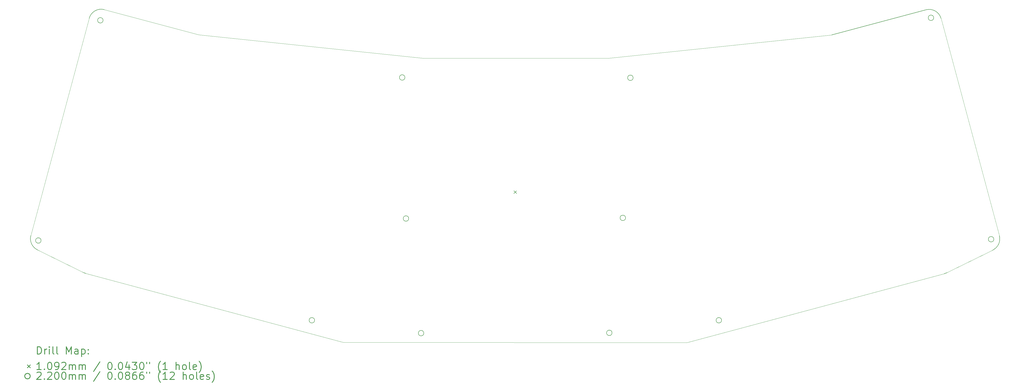
<source format=gbr>
%FSLAX45Y45*%
G04 Gerber Fmt 4.5, Leading zero omitted, Abs format (unit mm)*
G04 Created by KiCad (PCBNEW (5.1.10)-1) date 2021-10-09 15:14:30*
%MOMM*%
%LPD*%
G01*
G04 APERTURE LIST*
%TA.AperFunction,Profile*%
%ADD10C,0.200000*%
%TD*%
%TA.AperFunction,Profile*%
%ADD11C,0.050000*%
%TD*%
%ADD12C,0.200000*%
%ADD13C,0.300000*%
G04 APERTURE END LIST*
D10*
X37564311Y-5657925D02*
X33760064Y-6677270D01*
D11*
X24765000Y-7620000D02*
X33760064Y-6677270D01*
X17272000Y-7620000D02*
X24765000Y-7620000D01*
X17272000Y-7620000D02*
X8220936Y-6670164D01*
X4416689Y-5650818D02*
X8220936Y-6670164D01*
X1451626Y-14784732D02*
X3804316Y-6004372D01*
X3586559Y-16288734D02*
X1712975Y-15362347D01*
X14056075Y-19104084D02*
X3678763Y-16323492D01*
X27924925Y-19111191D02*
X14056075Y-19104084D01*
X38302237Y-16330599D02*
X27924925Y-19111191D01*
X40268025Y-15369454D02*
X38394441Y-16295840D01*
X40529374Y-14791839D02*
X38176684Y-6011479D01*
D10*
X38176684Y-6011479D02*
G75*
G03*
X37564311Y-5657925I-482963J-129410D01*
G01*
X40268025Y-15369454D02*
G75*
G03*
X40529374Y-14791839I-221613J448205D01*
G01*
X38302237Y-16330599D02*
G75*
G03*
X38394441Y-16295840I-129410J482963D01*
G01*
X3678763Y-16323492D02*
G75*
G02*
X3586559Y-16288734I129410J482963D01*
G01*
X3804316Y-6004372D02*
G75*
G02*
X4416689Y-5650818I482963J-129410D01*
G01*
X1712975Y-15362347D02*
G75*
G02*
X1451626Y-14784732I221613J448205D01*
G01*
D12*
X20938490Y-12975590D02*
X21047710Y-13084810D01*
X21047710Y-12975590D02*
X20938490Y-13084810D01*
X1862600Y-14986000D02*
G75*
G03*
X1862600Y-14986000I-110000J0D01*
G01*
X4364500Y-6083300D02*
G75*
G03*
X4364500Y-6083300I-110000J0D01*
G01*
X12898900Y-18211800D02*
G75*
G03*
X12898900Y-18211800I-110000J0D01*
G01*
X16543800Y-8394700D02*
G75*
G03*
X16543800Y-8394700I-110000J0D01*
G01*
X16696200Y-14097000D02*
G75*
G03*
X16696200Y-14097000I-110000J0D01*
G01*
X17305800Y-18732500D02*
G75*
G03*
X17305800Y-18732500I-110000J0D01*
G01*
X24900400Y-18719800D02*
G75*
G03*
X24900400Y-18719800I-110000J0D01*
G01*
X25446500Y-14071600D02*
G75*
G03*
X25446500Y-14071600I-110000J0D01*
G01*
X25751300Y-8407400D02*
G75*
G03*
X25751300Y-8407400I-110000J0D01*
G01*
X29320000Y-18211800D02*
G75*
G03*
X29320000Y-18211800I-110000J0D01*
G01*
X37879800Y-5981700D02*
G75*
G03*
X37879800Y-5981700I-110000J0D01*
G01*
X40305500Y-14935200D02*
G75*
G03*
X40305500Y-14935200I-110000J0D01*
G01*
D13*
X1711017Y-19579405D02*
X1711017Y-19279405D01*
X1782446Y-19279405D01*
X1825303Y-19293691D01*
X1853874Y-19322262D01*
X1868160Y-19350834D01*
X1882446Y-19407977D01*
X1882446Y-19450834D01*
X1868160Y-19507977D01*
X1853874Y-19536548D01*
X1825303Y-19565120D01*
X1782446Y-19579405D01*
X1711017Y-19579405D01*
X2011017Y-19579405D02*
X2011017Y-19379405D01*
X2011017Y-19436548D02*
X2025303Y-19407977D01*
X2039588Y-19393691D01*
X2068160Y-19379405D01*
X2096731Y-19379405D01*
X2196731Y-19579405D02*
X2196731Y-19379405D01*
X2196731Y-19279405D02*
X2182446Y-19293691D01*
X2196731Y-19307977D01*
X2211017Y-19293691D01*
X2196731Y-19279405D01*
X2196731Y-19307977D01*
X2382446Y-19579405D02*
X2353874Y-19565120D01*
X2339589Y-19536548D01*
X2339589Y-19279405D01*
X2539589Y-19579405D02*
X2511017Y-19565120D01*
X2496731Y-19536548D01*
X2496731Y-19279405D01*
X2882446Y-19579405D02*
X2882446Y-19279405D01*
X2982446Y-19493691D01*
X3082446Y-19279405D01*
X3082446Y-19579405D01*
X3353874Y-19579405D02*
X3353874Y-19422262D01*
X3339588Y-19393691D01*
X3311017Y-19379405D01*
X3253874Y-19379405D01*
X3225303Y-19393691D01*
X3353874Y-19565120D02*
X3325303Y-19579405D01*
X3253874Y-19579405D01*
X3225303Y-19565120D01*
X3211017Y-19536548D01*
X3211017Y-19507977D01*
X3225303Y-19479405D01*
X3253874Y-19465120D01*
X3325303Y-19465120D01*
X3353874Y-19450834D01*
X3496731Y-19379405D02*
X3496731Y-19679405D01*
X3496731Y-19393691D02*
X3525303Y-19379405D01*
X3582446Y-19379405D01*
X3611017Y-19393691D01*
X3625303Y-19407977D01*
X3639588Y-19436548D01*
X3639588Y-19522262D01*
X3625303Y-19550834D01*
X3611017Y-19565120D01*
X3582446Y-19579405D01*
X3525303Y-19579405D01*
X3496731Y-19565120D01*
X3768160Y-19550834D02*
X3782446Y-19565120D01*
X3768160Y-19579405D01*
X3753874Y-19565120D01*
X3768160Y-19550834D01*
X3768160Y-19579405D01*
X3768160Y-19393691D02*
X3782446Y-19407977D01*
X3768160Y-19422262D01*
X3753874Y-19407977D01*
X3768160Y-19393691D01*
X3768160Y-19422262D01*
X1315369Y-20019081D02*
X1424588Y-20128301D01*
X1424588Y-20019081D02*
X1315369Y-20128301D01*
X1868160Y-20209405D02*
X1696731Y-20209405D01*
X1782446Y-20209405D02*
X1782446Y-19909405D01*
X1753874Y-19952262D01*
X1725303Y-19980834D01*
X1696731Y-19995120D01*
X1996731Y-20180834D02*
X2011017Y-20195120D01*
X1996731Y-20209405D01*
X1982446Y-20195120D01*
X1996731Y-20180834D01*
X1996731Y-20209405D01*
X2196731Y-19909405D02*
X2225303Y-19909405D01*
X2253874Y-19923691D01*
X2268160Y-19937977D01*
X2282446Y-19966548D01*
X2296731Y-20023691D01*
X2296731Y-20095120D01*
X2282446Y-20152262D01*
X2268160Y-20180834D01*
X2253874Y-20195120D01*
X2225303Y-20209405D01*
X2196731Y-20209405D01*
X2168160Y-20195120D01*
X2153874Y-20180834D01*
X2139589Y-20152262D01*
X2125303Y-20095120D01*
X2125303Y-20023691D01*
X2139589Y-19966548D01*
X2153874Y-19937977D01*
X2168160Y-19923691D01*
X2196731Y-19909405D01*
X2439589Y-20209405D02*
X2496731Y-20209405D01*
X2525303Y-20195120D01*
X2539589Y-20180834D01*
X2568160Y-20137977D01*
X2582446Y-20080834D01*
X2582446Y-19966548D01*
X2568160Y-19937977D01*
X2553874Y-19923691D01*
X2525303Y-19909405D01*
X2468160Y-19909405D01*
X2439589Y-19923691D01*
X2425303Y-19937977D01*
X2411017Y-19966548D01*
X2411017Y-20037977D01*
X2425303Y-20066548D01*
X2439589Y-20080834D01*
X2468160Y-20095120D01*
X2525303Y-20095120D01*
X2553874Y-20080834D01*
X2568160Y-20066548D01*
X2582446Y-20037977D01*
X2696731Y-19937977D02*
X2711017Y-19923691D01*
X2739589Y-19909405D01*
X2811017Y-19909405D01*
X2839588Y-19923691D01*
X2853874Y-19937977D01*
X2868160Y-19966548D01*
X2868160Y-19995120D01*
X2853874Y-20037977D01*
X2682446Y-20209405D01*
X2868160Y-20209405D01*
X2996731Y-20209405D02*
X2996731Y-20009405D01*
X2996731Y-20037977D02*
X3011017Y-20023691D01*
X3039588Y-20009405D01*
X3082446Y-20009405D01*
X3111017Y-20023691D01*
X3125303Y-20052262D01*
X3125303Y-20209405D01*
X3125303Y-20052262D02*
X3139588Y-20023691D01*
X3168160Y-20009405D01*
X3211017Y-20009405D01*
X3239588Y-20023691D01*
X3253874Y-20052262D01*
X3253874Y-20209405D01*
X3396731Y-20209405D02*
X3396731Y-20009405D01*
X3396731Y-20037977D02*
X3411017Y-20023691D01*
X3439588Y-20009405D01*
X3482446Y-20009405D01*
X3511017Y-20023691D01*
X3525303Y-20052262D01*
X3525303Y-20209405D01*
X3525303Y-20052262D02*
X3539588Y-20023691D01*
X3568160Y-20009405D01*
X3611017Y-20009405D01*
X3639588Y-20023691D01*
X3653874Y-20052262D01*
X3653874Y-20209405D01*
X4239589Y-19895120D02*
X3982446Y-20280834D01*
X4625303Y-19909405D02*
X4653874Y-19909405D01*
X4682446Y-19923691D01*
X4696731Y-19937977D01*
X4711017Y-19966548D01*
X4725303Y-20023691D01*
X4725303Y-20095120D01*
X4711017Y-20152262D01*
X4696731Y-20180834D01*
X4682446Y-20195120D01*
X4653874Y-20209405D01*
X4625303Y-20209405D01*
X4596731Y-20195120D01*
X4582446Y-20180834D01*
X4568160Y-20152262D01*
X4553874Y-20095120D01*
X4553874Y-20023691D01*
X4568160Y-19966548D01*
X4582446Y-19937977D01*
X4596731Y-19923691D01*
X4625303Y-19909405D01*
X4853874Y-20180834D02*
X4868160Y-20195120D01*
X4853874Y-20209405D01*
X4839589Y-20195120D01*
X4853874Y-20180834D01*
X4853874Y-20209405D01*
X5053874Y-19909405D02*
X5082446Y-19909405D01*
X5111017Y-19923691D01*
X5125303Y-19937977D01*
X5139589Y-19966548D01*
X5153874Y-20023691D01*
X5153874Y-20095120D01*
X5139589Y-20152262D01*
X5125303Y-20180834D01*
X5111017Y-20195120D01*
X5082446Y-20209405D01*
X5053874Y-20209405D01*
X5025303Y-20195120D01*
X5011017Y-20180834D01*
X4996731Y-20152262D01*
X4982446Y-20095120D01*
X4982446Y-20023691D01*
X4996731Y-19966548D01*
X5011017Y-19937977D01*
X5025303Y-19923691D01*
X5053874Y-19909405D01*
X5411017Y-20009405D02*
X5411017Y-20209405D01*
X5339588Y-19895120D02*
X5268160Y-20109405D01*
X5453874Y-20109405D01*
X5539588Y-19909405D02*
X5725303Y-19909405D01*
X5625303Y-20023691D01*
X5668160Y-20023691D01*
X5696731Y-20037977D01*
X5711017Y-20052262D01*
X5725303Y-20080834D01*
X5725303Y-20152262D01*
X5711017Y-20180834D01*
X5696731Y-20195120D01*
X5668160Y-20209405D01*
X5582446Y-20209405D01*
X5553874Y-20195120D01*
X5539588Y-20180834D01*
X5911017Y-19909405D02*
X5939588Y-19909405D01*
X5968160Y-19923691D01*
X5982446Y-19937977D01*
X5996731Y-19966548D01*
X6011017Y-20023691D01*
X6011017Y-20095120D01*
X5996731Y-20152262D01*
X5982446Y-20180834D01*
X5968160Y-20195120D01*
X5939588Y-20209405D01*
X5911017Y-20209405D01*
X5882446Y-20195120D01*
X5868160Y-20180834D01*
X5853874Y-20152262D01*
X5839588Y-20095120D01*
X5839588Y-20023691D01*
X5853874Y-19966548D01*
X5868160Y-19937977D01*
X5882446Y-19923691D01*
X5911017Y-19909405D01*
X6125303Y-19909405D02*
X6125303Y-19966548D01*
X6239588Y-19909405D02*
X6239588Y-19966548D01*
X6682446Y-20323691D02*
X6668160Y-20309405D01*
X6639588Y-20266548D01*
X6625303Y-20237977D01*
X6611017Y-20195120D01*
X6596731Y-20123691D01*
X6596731Y-20066548D01*
X6611017Y-19995120D01*
X6625303Y-19952262D01*
X6639588Y-19923691D01*
X6668160Y-19880834D01*
X6682446Y-19866548D01*
X6953874Y-20209405D02*
X6782446Y-20209405D01*
X6868160Y-20209405D02*
X6868160Y-19909405D01*
X6839588Y-19952262D01*
X6811017Y-19980834D01*
X6782446Y-19995120D01*
X7311017Y-20209405D02*
X7311017Y-19909405D01*
X7439588Y-20209405D02*
X7439588Y-20052262D01*
X7425303Y-20023691D01*
X7396731Y-20009405D01*
X7353874Y-20009405D01*
X7325303Y-20023691D01*
X7311017Y-20037977D01*
X7625303Y-20209405D02*
X7596731Y-20195120D01*
X7582446Y-20180834D01*
X7568160Y-20152262D01*
X7568160Y-20066548D01*
X7582446Y-20037977D01*
X7596731Y-20023691D01*
X7625303Y-20009405D01*
X7668160Y-20009405D01*
X7696731Y-20023691D01*
X7711017Y-20037977D01*
X7725303Y-20066548D01*
X7725303Y-20152262D01*
X7711017Y-20180834D01*
X7696731Y-20195120D01*
X7668160Y-20209405D01*
X7625303Y-20209405D01*
X7896731Y-20209405D02*
X7868160Y-20195120D01*
X7853874Y-20166548D01*
X7853874Y-19909405D01*
X8125303Y-20195120D02*
X8096731Y-20209405D01*
X8039588Y-20209405D01*
X8011017Y-20195120D01*
X7996731Y-20166548D01*
X7996731Y-20052262D01*
X8011017Y-20023691D01*
X8039588Y-20009405D01*
X8096731Y-20009405D01*
X8125303Y-20023691D01*
X8139588Y-20052262D01*
X8139588Y-20080834D01*
X7996731Y-20109405D01*
X8239588Y-20323691D02*
X8253874Y-20309405D01*
X8282446Y-20266548D01*
X8296731Y-20237977D01*
X8311017Y-20195120D01*
X8325303Y-20123691D01*
X8325303Y-20066548D01*
X8311017Y-19995120D01*
X8296731Y-19952262D01*
X8282446Y-19923691D01*
X8253874Y-19880834D01*
X8239588Y-19866548D01*
X1424588Y-20469691D02*
G75*
G03*
X1424588Y-20469691I-110000J0D01*
G01*
X1696731Y-20333977D02*
X1711017Y-20319691D01*
X1739588Y-20305405D01*
X1811017Y-20305405D01*
X1839588Y-20319691D01*
X1853874Y-20333977D01*
X1868160Y-20362548D01*
X1868160Y-20391120D01*
X1853874Y-20433977D01*
X1682446Y-20605405D01*
X1868160Y-20605405D01*
X1996731Y-20576834D02*
X2011017Y-20591120D01*
X1996731Y-20605405D01*
X1982446Y-20591120D01*
X1996731Y-20576834D01*
X1996731Y-20605405D01*
X2125303Y-20333977D02*
X2139589Y-20319691D01*
X2168160Y-20305405D01*
X2239589Y-20305405D01*
X2268160Y-20319691D01*
X2282446Y-20333977D01*
X2296731Y-20362548D01*
X2296731Y-20391120D01*
X2282446Y-20433977D01*
X2111017Y-20605405D01*
X2296731Y-20605405D01*
X2482446Y-20305405D02*
X2511017Y-20305405D01*
X2539589Y-20319691D01*
X2553874Y-20333977D01*
X2568160Y-20362548D01*
X2582446Y-20419691D01*
X2582446Y-20491120D01*
X2568160Y-20548262D01*
X2553874Y-20576834D01*
X2539589Y-20591120D01*
X2511017Y-20605405D01*
X2482446Y-20605405D01*
X2453874Y-20591120D01*
X2439589Y-20576834D01*
X2425303Y-20548262D01*
X2411017Y-20491120D01*
X2411017Y-20419691D01*
X2425303Y-20362548D01*
X2439589Y-20333977D01*
X2453874Y-20319691D01*
X2482446Y-20305405D01*
X2768160Y-20305405D02*
X2796731Y-20305405D01*
X2825303Y-20319691D01*
X2839588Y-20333977D01*
X2853874Y-20362548D01*
X2868160Y-20419691D01*
X2868160Y-20491120D01*
X2853874Y-20548262D01*
X2839588Y-20576834D01*
X2825303Y-20591120D01*
X2796731Y-20605405D01*
X2768160Y-20605405D01*
X2739589Y-20591120D01*
X2725303Y-20576834D01*
X2711017Y-20548262D01*
X2696731Y-20491120D01*
X2696731Y-20419691D01*
X2711017Y-20362548D01*
X2725303Y-20333977D01*
X2739589Y-20319691D01*
X2768160Y-20305405D01*
X2996731Y-20605405D02*
X2996731Y-20405405D01*
X2996731Y-20433977D02*
X3011017Y-20419691D01*
X3039588Y-20405405D01*
X3082446Y-20405405D01*
X3111017Y-20419691D01*
X3125303Y-20448262D01*
X3125303Y-20605405D01*
X3125303Y-20448262D02*
X3139588Y-20419691D01*
X3168160Y-20405405D01*
X3211017Y-20405405D01*
X3239588Y-20419691D01*
X3253874Y-20448262D01*
X3253874Y-20605405D01*
X3396731Y-20605405D02*
X3396731Y-20405405D01*
X3396731Y-20433977D02*
X3411017Y-20419691D01*
X3439588Y-20405405D01*
X3482446Y-20405405D01*
X3511017Y-20419691D01*
X3525303Y-20448262D01*
X3525303Y-20605405D01*
X3525303Y-20448262D02*
X3539588Y-20419691D01*
X3568160Y-20405405D01*
X3611017Y-20405405D01*
X3639588Y-20419691D01*
X3653874Y-20448262D01*
X3653874Y-20605405D01*
X4239589Y-20291120D02*
X3982446Y-20676834D01*
X4625303Y-20305405D02*
X4653874Y-20305405D01*
X4682446Y-20319691D01*
X4696731Y-20333977D01*
X4711017Y-20362548D01*
X4725303Y-20419691D01*
X4725303Y-20491120D01*
X4711017Y-20548262D01*
X4696731Y-20576834D01*
X4682446Y-20591120D01*
X4653874Y-20605405D01*
X4625303Y-20605405D01*
X4596731Y-20591120D01*
X4582446Y-20576834D01*
X4568160Y-20548262D01*
X4553874Y-20491120D01*
X4553874Y-20419691D01*
X4568160Y-20362548D01*
X4582446Y-20333977D01*
X4596731Y-20319691D01*
X4625303Y-20305405D01*
X4853874Y-20576834D02*
X4868160Y-20591120D01*
X4853874Y-20605405D01*
X4839589Y-20591120D01*
X4853874Y-20576834D01*
X4853874Y-20605405D01*
X5053874Y-20305405D02*
X5082446Y-20305405D01*
X5111017Y-20319691D01*
X5125303Y-20333977D01*
X5139589Y-20362548D01*
X5153874Y-20419691D01*
X5153874Y-20491120D01*
X5139589Y-20548262D01*
X5125303Y-20576834D01*
X5111017Y-20591120D01*
X5082446Y-20605405D01*
X5053874Y-20605405D01*
X5025303Y-20591120D01*
X5011017Y-20576834D01*
X4996731Y-20548262D01*
X4982446Y-20491120D01*
X4982446Y-20419691D01*
X4996731Y-20362548D01*
X5011017Y-20333977D01*
X5025303Y-20319691D01*
X5053874Y-20305405D01*
X5325303Y-20433977D02*
X5296731Y-20419691D01*
X5282446Y-20405405D01*
X5268160Y-20376834D01*
X5268160Y-20362548D01*
X5282446Y-20333977D01*
X5296731Y-20319691D01*
X5325303Y-20305405D01*
X5382446Y-20305405D01*
X5411017Y-20319691D01*
X5425303Y-20333977D01*
X5439588Y-20362548D01*
X5439588Y-20376834D01*
X5425303Y-20405405D01*
X5411017Y-20419691D01*
X5382446Y-20433977D01*
X5325303Y-20433977D01*
X5296731Y-20448262D01*
X5282446Y-20462548D01*
X5268160Y-20491120D01*
X5268160Y-20548262D01*
X5282446Y-20576834D01*
X5296731Y-20591120D01*
X5325303Y-20605405D01*
X5382446Y-20605405D01*
X5411017Y-20591120D01*
X5425303Y-20576834D01*
X5439588Y-20548262D01*
X5439588Y-20491120D01*
X5425303Y-20462548D01*
X5411017Y-20448262D01*
X5382446Y-20433977D01*
X5696731Y-20305405D02*
X5639588Y-20305405D01*
X5611017Y-20319691D01*
X5596731Y-20333977D01*
X5568160Y-20376834D01*
X5553874Y-20433977D01*
X5553874Y-20548262D01*
X5568160Y-20576834D01*
X5582446Y-20591120D01*
X5611017Y-20605405D01*
X5668160Y-20605405D01*
X5696731Y-20591120D01*
X5711017Y-20576834D01*
X5725303Y-20548262D01*
X5725303Y-20476834D01*
X5711017Y-20448262D01*
X5696731Y-20433977D01*
X5668160Y-20419691D01*
X5611017Y-20419691D01*
X5582446Y-20433977D01*
X5568160Y-20448262D01*
X5553874Y-20476834D01*
X5982446Y-20305405D02*
X5925303Y-20305405D01*
X5896731Y-20319691D01*
X5882446Y-20333977D01*
X5853874Y-20376834D01*
X5839588Y-20433977D01*
X5839588Y-20548262D01*
X5853874Y-20576834D01*
X5868160Y-20591120D01*
X5896731Y-20605405D01*
X5953874Y-20605405D01*
X5982446Y-20591120D01*
X5996731Y-20576834D01*
X6011017Y-20548262D01*
X6011017Y-20476834D01*
X5996731Y-20448262D01*
X5982446Y-20433977D01*
X5953874Y-20419691D01*
X5896731Y-20419691D01*
X5868160Y-20433977D01*
X5853874Y-20448262D01*
X5839588Y-20476834D01*
X6125303Y-20305405D02*
X6125303Y-20362548D01*
X6239588Y-20305405D02*
X6239588Y-20362548D01*
X6682446Y-20719691D02*
X6668160Y-20705405D01*
X6639588Y-20662548D01*
X6625303Y-20633977D01*
X6611017Y-20591120D01*
X6596731Y-20519691D01*
X6596731Y-20462548D01*
X6611017Y-20391120D01*
X6625303Y-20348262D01*
X6639588Y-20319691D01*
X6668160Y-20276834D01*
X6682446Y-20262548D01*
X6953874Y-20605405D02*
X6782446Y-20605405D01*
X6868160Y-20605405D02*
X6868160Y-20305405D01*
X6839588Y-20348262D01*
X6811017Y-20376834D01*
X6782446Y-20391120D01*
X7068160Y-20333977D02*
X7082446Y-20319691D01*
X7111017Y-20305405D01*
X7182446Y-20305405D01*
X7211017Y-20319691D01*
X7225303Y-20333977D01*
X7239588Y-20362548D01*
X7239588Y-20391120D01*
X7225303Y-20433977D01*
X7053874Y-20605405D01*
X7239588Y-20605405D01*
X7596731Y-20605405D02*
X7596731Y-20305405D01*
X7725303Y-20605405D02*
X7725303Y-20448262D01*
X7711017Y-20419691D01*
X7682446Y-20405405D01*
X7639588Y-20405405D01*
X7611017Y-20419691D01*
X7596731Y-20433977D01*
X7911017Y-20605405D02*
X7882446Y-20591120D01*
X7868160Y-20576834D01*
X7853874Y-20548262D01*
X7853874Y-20462548D01*
X7868160Y-20433977D01*
X7882446Y-20419691D01*
X7911017Y-20405405D01*
X7953874Y-20405405D01*
X7982446Y-20419691D01*
X7996731Y-20433977D01*
X8011017Y-20462548D01*
X8011017Y-20548262D01*
X7996731Y-20576834D01*
X7982446Y-20591120D01*
X7953874Y-20605405D01*
X7911017Y-20605405D01*
X8182446Y-20605405D02*
X8153874Y-20591120D01*
X8139588Y-20562548D01*
X8139588Y-20305405D01*
X8411017Y-20591120D02*
X8382446Y-20605405D01*
X8325303Y-20605405D01*
X8296731Y-20591120D01*
X8282446Y-20562548D01*
X8282446Y-20448262D01*
X8296731Y-20419691D01*
X8325303Y-20405405D01*
X8382446Y-20405405D01*
X8411017Y-20419691D01*
X8425303Y-20448262D01*
X8425303Y-20476834D01*
X8282446Y-20505405D01*
X8539589Y-20591120D02*
X8568160Y-20605405D01*
X8625303Y-20605405D01*
X8653874Y-20591120D01*
X8668160Y-20562548D01*
X8668160Y-20548262D01*
X8653874Y-20519691D01*
X8625303Y-20505405D01*
X8582446Y-20505405D01*
X8553874Y-20491120D01*
X8539589Y-20462548D01*
X8539589Y-20448262D01*
X8553874Y-20419691D01*
X8582446Y-20405405D01*
X8625303Y-20405405D01*
X8653874Y-20419691D01*
X8768160Y-20719691D02*
X8782446Y-20705405D01*
X8811017Y-20662548D01*
X8825303Y-20633977D01*
X8839589Y-20591120D01*
X8853874Y-20519691D01*
X8853874Y-20462548D01*
X8839589Y-20391120D01*
X8825303Y-20348262D01*
X8811017Y-20319691D01*
X8782446Y-20276834D01*
X8768160Y-20262548D01*
M02*

</source>
